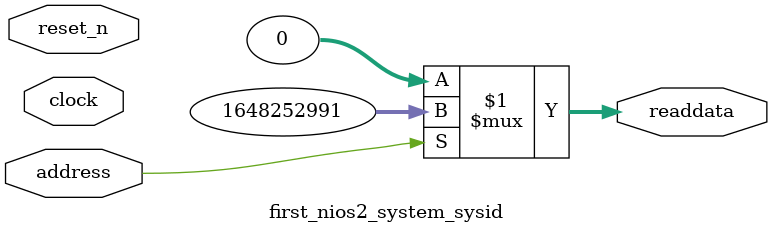
<source format=v>



// synthesis translate_off
`timescale 1ns / 1ps
// synthesis translate_on

// turn off superfluous verilog processor warnings 
// altera message_level Level1 
// altera message_off 10034 10035 10036 10037 10230 10240 10030 

module first_nios2_system_sysid (
               // inputs:
                address,
                clock,
                reset_n,

               // outputs:
                readdata
             )
;

  output  [ 31: 0] readdata;
  input            address;
  input            clock;
  input            reset_n;

  wire    [ 31: 0] readdata;
  //control_slave, which is an e_avalon_slave
  assign readdata = address ? 1648252991 : 0;

endmodule



</source>
